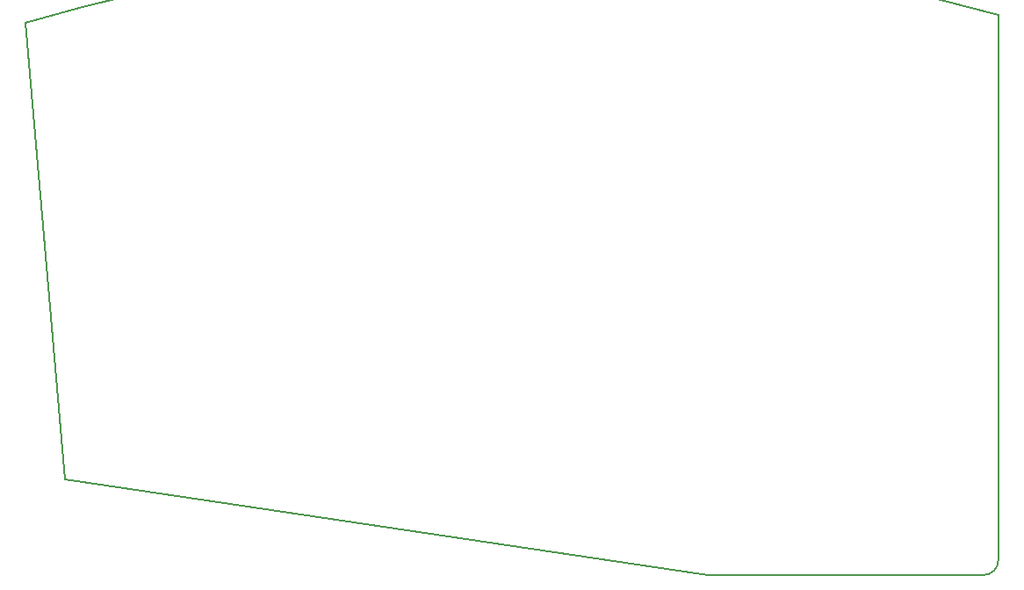
<source format=gbr>
%TF.GenerationSoftware,KiCad,Pcbnew,6.99.0*%
%TF.CreationDate,2021-12-29T17:54:13+01:00*%
%TF.ProjectId,tiny20C,74696e79-3230-4432-9e6b-696361645f70,VERSION_HERE*%
%TF.SameCoordinates,Original*%
%TF.FileFunction,Profile,NP*%
%FSLAX46Y46*%
G04 Gerber Fmt 4.6, Leading zero omitted, Abs format (unit mm)*
G04 Created by KiCad (PCBNEW 6.99.0) date 2021-12-29 17:54:13*
%MOMM*%
%LPD*%
G01*
G04 APERTURE LIST*
%TA.AperFunction,Profile*%
%ADD10C,0.150000*%
%TD*%
G04 APERTURE END LIST*
D10*
X262940800Y-167065734D02*
G75*
G03*
X264414000Y-165582600I-9967J1483134D01*
G01*
X264450000Y-113050000D02*
G75*
G03*
X170584152Y-113804602I-45618102J-163929567D01*
G01*
X236397800Y-167050000D02*
X174447200Y-157835600D01*
X264450000Y-113050000D02*
X264414000Y-165582600D01*
X170584152Y-113804602D02*
X174447200Y-157835600D01*
X236397800Y-167050000D02*
X262940800Y-167065733D01*
M02*

</source>
